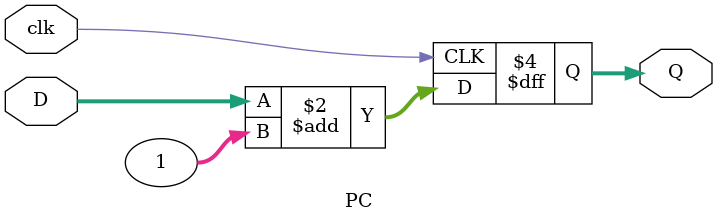
<source format=sv>
module PC(
	input  logic clk,
	input  logic [31:0]D,
	output logic [31:0]Q
);

`define SIMULATION
`ifdef SIMULATION
initial begin
	Q = 0;
end
`endif

always @(posedge clk) begin
	Q <= D + 1;
end

endmodule
</source>
